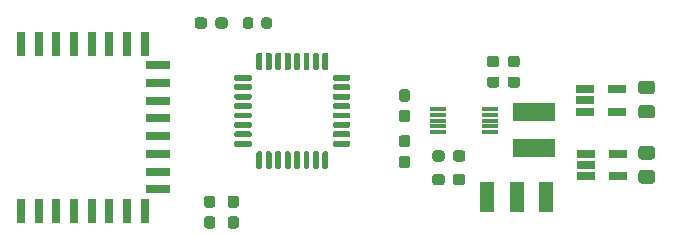
<source format=gbr>
%TF.GenerationSoftware,KiCad,Pcbnew,(5.1.6)-1*%
%TF.CreationDate,2021-08-02T23:36:40+08:00*%
%TF.ProjectId,wireless_measurement_ard,77697265-6c65-4737-935f-6d6561737572,rev?*%
%TF.SameCoordinates,Original*%
%TF.FileFunction,Paste,Top*%
%TF.FilePolarity,Positive*%
%FSLAX46Y46*%
G04 Gerber Fmt 4.6, Leading zero omitted, Abs format (unit mm)*
G04 Created by KiCad (PCBNEW (5.1.6)-1) date 2021-08-02 23:36:40*
%MOMM*%
%LPD*%
G01*
G04 APERTURE LIST*
%ADD10R,1.250000X2.500000*%
%ADD11R,1.400000X0.300000*%
%ADD12R,3.600000X1.500000*%
%ADD13R,1.560000X0.650000*%
%ADD14R,2.000000X0.800000*%
%ADD15R,0.800000X2.000000*%
G04 APERTURE END LIST*
D10*
%TO.C,SW1*%
X163750000Y-91500000D03*
X161250000Y-91500000D03*
X158750000Y-91500000D03*
%TD*%
D11*
%TO.C,U3*%
X158950000Y-84000000D03*
X158950000Y-84500000D03*
X158950000Y-85000000D03*
X158950000Y-85500000D03*
X158950000Y-86000000D03*
X154550000Y-86000000D03*
X154550000Y-85500000D03*
X154550000Y-85000000D03*
X154550000Y-84500000D03*
X154550000Y-84000000D03*
%TD*%
%TO.C,U6*%
G36*
G01*
X138700000Y-87225000D02*
X137450000Y-87225000D01*
G75*
G02*
X137325000Y-87100000I0J125000D01*
G01*
X137325000Y-86850000D01*
G75*
G02*
X137450000Y-86725000I125000J0D01*
G01*
X138700000Y-86725000D01*
G75*
G02*
X138825000Y-86850000I0J-125000D01*
G01*
X138825000Y-87100000D01*
G75*
G02*
X138700000Y-87225000I-125000J0D01*
G01*
G37*
G36*
G01*
X138700000Y-86425000D02*
X137450000Y-86425000D01*
G75*
G02*
X137325000Y-86300000I0J125000D01*
G01*
X137325000Y-86050000D01*
G75*
G02*
X137450000Y-85925000I125000J0D01*
G01*
X138700000Y-85925000D01*
G75*
G02*
X138825000Y-86050000I0J-125000D01*
G01*
X138825000Y-86300000D01*
G75*
G02*
X138700000Y-86425000I-125000J0D01*
G01*
G37*
G36*
G01*
X138700000Y-85625000D02*
X137450000Y-85625000D01*
G75*
G02*
X137325000Y-85500000I0J125000D01*
G01*
X137325000Y-85250000D01*
G75*
G02*
X137450000Y-85125000I125000J0D01*
G01*
X138700000Y-85125000D01*
G75*
G02*
X138825000Y-85250000I0J-125000D01*
G01*
X138825000Y-85500000D01*
G75*
G02*
X138700000Y-85625000I-125000J0D01*
G01*
G37*
G36*
G01*
X138700000Y-84825000D02*
X137450000Y-84825000D01*
G75*
G02*
X137325000Y-84700000I0J125000D01*
G01*
X137325000Y-84450000D01*
G75*
G02*
X137450000Y-84325000I125000J0D01*
G01*
X138700000Y-84325000D01*
G75*
G02*
X138825000Y-84450000I0J-125000D01*
G01*
X138825000Y-84700000D01*
G75*
G02*
X138700000Y-84825000I-125000J0D01*
G01*
G37*
G36*
G01*
X138700000Y-84025000D02*
X137450000Y-84025000D01*
G75*
G02*
X137325000Y-83900000I0J125000D01*
G01*
X137325000Y-83650000D01*
G75*
G02*
X137450000Y-83525000I125000J0D01*
G01*
X138700000Y-83525000D01*
G75*
G02*
X138825000Y-83650000I0J-125000D01*
G01*
X138825000Y-83900000D01*
G75*
G02*
X138700000Y-84025000I-125000J0D01*
G01*
G37*
G36*
G01*
X138700000Y-83225000D02*
X137450000Y-83225000D01*
G75*
G02*
X137325000Y-83100000I0J125000D01*
G01*
X137325000Y-82850000D01*
G75*
G02*
X137450000Y-82725000I125000J0D01*
G01*
X138700000Y-82725000D01*
G75*
G02*
X138825000Y-82850000I0J-125000D01*
G01*
X138825000Y-83100000D01*
G75*
G02*
X138700000Y-83225000I-125000J0D01*
G01*
G37*
G36*
G01*
X138700000Y-82425000D02*
X137450000Y-82425000D01*
G75*
G02*
X137325000Y-82300000I0J125000D01*
G01*
X137325000Y-82050000D01*
G75*
G02*
X137450000Y-81925000I125000J0D01*
G01*
X138700000Y-81925000D01*
G75*
G02*
X138825000Y-82050000I0J-125000D01*
G01*
X138825000Y-82300000D01*
G75*
G02*
X138700000Y-82425000I-125000J0D01*
G01*
G37*
G36*
G01*
X138700000Y-81625000D02*
X137450000Y-81625000D01*
G75*
G02*
X137325000Y-81500000I0J125000D01*
G01*
X137325000Y-81250000D01*
G75*
G02*
X137450000Y-81125000I125000J0D01*
G01*
X138700000Y-81125000D01*
G75*
G02*
X138825000Y-81250000I0J-125000D01*
G01*
X138825000Y-81500000D01*
G75*
G02*
X138700000Y-81625000I-125000J0D01*
G01*
G37*
G36*
G01*
X139575000Y-80750000D02*
X139325000Y-80750000D01*
G75*
G02*
X139200000Y-80625000I0J125000D01*
G01*
X139200000Y-79375000D01*
G75*
G02*
X139325000Y-79250000I125000J0D01*
G01*
X139575000Y-79250000D01*
G75*
G02*
X139700000Y-79375000I0J-125000D01*
G01*
X139700000Y-80625000D01*
G75*
G02*
X139575000Y-80750000I-125000J0D01*
G01*
G37*
G36*
G01*
X140375000Y-80750000D02*
X140125000Y-80750000D01*
G75*
G02*
X140000000Y-80625000I0J125000D01*
G01*
X140000000Y-79375000D01*
G75*
G02*
X140125000Y-79250000I125000J0D01*
G01*
X140375000Y-79250000D01*
G75*
G02*
X140500000Y-79375000I0J-125000D01*
G01*
X140500000Y-80625000D01*
G75*
G02*
X140375000Y-80750000I-125000J0D01*
G01*
G37*
G36*
G01*
X141175000Y-80750000D02*
X140925000Y-80750000D01*
G75*
G02*
X140800000Y-80625000I0J125000D01*
G01*
X140800000Y-79375000D01*
G75*
G02*
X140925000Y-79250000I125000J0D01*
G01*
X141175000Y-79250000D01*
G75*
G02*
X141300000Y-79375000I0J-125000D01*
G01*
X141300000Y-80625000D01*
G75*
G02*
X141175000Y-80750000I-125000J0D01*
G01*
G37*
G36*
G01*
X141975000Y-80750000D02*
X141725000Y-80750000D01*
G75*
G02*
X141600000Y-80625000I0J125000D01*
G01*
X141600000Y-79375000D01*
G75*
G02*
X141725000Y-79250000I125000J0D01*
G01*
X141975000Y-79250000D01*
G75*
G02*
X142100000Y-79375000I0J-125000D01*
G01*
X142100000Y-80625000D01*
G75*
G02*
X141975000Y-80750000I-125000J0D01*
G01*
G37*
G36*
G01*
X142775000Y-80750000D02*
X142525000Y-80750000D01*
G75*
G02*
X142400000Y-80625000I0J125000D01*
G01*
X142400000Y-79375000D01*
G75*
G02*
X142525000Y-79250000I125000J0D01*
G01*
X142775000Y-79250000D01*
G75*
G02*
X142900000Y-79375000I0J-125000D01*
G01*
X142900000Y-80625000D01*
G75*
G02*
X142775000Y-80750000I-125000J0D01*
G01*
G37*
G36*
G01*
X143575000Y-80750000D02*
X143325000Y-80750000D01*
G75*
G02*
X143200000Y-80625000I0J125000D01*
G01*
X143200000Y-79375000D01*
G75*
G02*
X143325000Y-79250000I125000J0D01*
G01*
X143575000Y-79250000D01*
G75*
G02*
X143700000Y-79375000I0J-125000D01*
G01*
X143700000Y-80625000D01*
G75*
G02*
X143575000Y-80750000I-125000J0D01*
G01*
G37*
G36*
G01*
X144375000Y-80750000D02*
X144125000Y-80750000D01*
G75*
G02*
X144000000Y-80625000I0J125000D01*
G01*
X144000000Y-79375000D01*
G75*
G02*
X144125000Y-79250000I125000J0D01*
G01*
X144375000Y-79250000D01*
G75*
G02*
X144500000Y-79375000I0J-125000D01*
G01*
X144500000Y-80625000D01*
G75*
G02*
X144375000Y-80750000I-125000J0D01*
G01*
G37*
G36*
G01*
X145175000Y-80750000D02*
X144925000Y-80750000D01*
G75*
G02*
X144800000Y-80625000I0J125000D01*
G01*
X144800000Y-79375000D01*
G75*
G02*
X144925000Y-79250000I125000J0D01*
G01*
X145175000Y-79250000D01*
G75*
G02*
X145300000Y-79375000I0J-125000D01*
G01*
X145300000Y-80625000D01*
G75*
G02*
X145175000Y-80750000I-125000J0D01*
G01*
G37*
G36*
G01*
X147050000Y-81625000D02*
X145800000Y-81625000D01*
G75*
G02*
X145675000Y-81500000I0J125000D01*
G01*
X145675000Y-81250000D01*
G75*
G02*
X145800000Y-81125000I125000J0D01*
G01*
X147050000Y-81125000D01*
G75*
G02*
X147175000Y-81250000I0J-125000D01*
G01*
X147175000Y-81500000D01*
G75*
G02*
X147050000Y-81625000I-125000J0D01*
G01*
G37*
G36*
G01*
X147050000Y-82425000D02*
X145800000Y-82425000D01*
G75*
G02*
X145675000Y-82300000I0J125000D01*
G01*
X145675000Y-82050000D01*
G75*
G02*
X145800000Y-81925000I125000J0D01*
G01*
X147050000Y-81925000D01*
G75*
G02*
X147175000Y-82050000I0J-125000D01*
G01*
X147175000Y-82300000D01*
G75*
G02*
X147050000Y-82425000I-125000J0D01*
G01*
G37*
G36*
G01*
X147050000Y-83225000D02*
X145800000Y-83225000D01*
G75*
G02*
X145675000Y-83100000I0J125000D01*
G01*
X145675000Y-82850000D01*
G75*
G02*
X145800000Y-82725000I125000J0D01*
G01*
X147050000Y-82725000D01*
G75*
G02*
X147175000Y-82850000I0J-125000D01*
G01*
X147175000Y-83100000D01*
G75*
G02*
X147050000Y-83225000I-125000J0D01*
G01*
G37*
G36*
G01*
X147050000Y-84025000D02*
X145800000Y-84025000D01*
G75*
G02*
X145675000Y-83900000I0J125000D01*
G01*
X145675000Y-83650000D01*
G75*
G02*
X145800000Y-83525000I125000J0D01*
G01*
X147050000Y-83525000D01*
G75*
G02*
X147175000Y-83650000I0J-125000D01*
G01*
X147175000Y-83900000D01*
G75*
G02*
X147050000Y-84025000I-125000J0D01*
G01*
G37*
G36*
G01*
X147050000Y-84825000D02*
X145800000Y-84825000D01*
G75*
G02*
X145675000Y-84700000I0J125000D01*
G01*
X145675000Y-84450000D01*
G75*
G02*
X145800000Y-84325000I125000J0D01*
G01*
X147050000Y-84325000D01*
G75*
G02*
X147175000Y-84450000I0J-125000D01*
G01*
X147175000Y-84700000D01*
G75*
G02*
X147050000Y-84825000I-125000J0D01*
G01*
G37*
G36*
G01*
X147050000Y-85625000D02*
X145800000Y-85625000D01*
G75*
G02*
X145675000Y-85500000I0J125000D01*
G01*
X145675000Y-85250000D01*
G75*
G02*
X145800000Y-85125000I125000J0D01*
G01*
X147050000Y-85125000D01*
G75*
G02*
X147175000Y-85250000I0J-125000D01*
G01*
X147175000Y-85500000D01*
G75*
G02*
X147050000Y-85625000I-125000J0D01*
G01*
G37*
G36*
G01*
X147050000Y-86425000D02*
X145800000Y-86425000D01*
G75*
G02*
X145675000Y-86300000I0J125000D01*
G01*
X145675000Y-86050000D01*
G75*
G02*
X145800000Y-85925000I125000J0D01*
G01*
X147050000Y-85925000D01*
G75*
G02*
X147175000Y-86050000I0J-125000D01*
G01*
X147175000Y-86300000D01*
G75*
G02*
X147050000Y-86425000I-125000J0D01*
G01*
G37*
G36*
G01*
X147050000Y-87225000D02*
X145800000Y-87225000D01*
G75*
G02*
X145675000Y-87100000I0J125000D01*
G01*
X145675000Y-86850000D01*
G75*
G02*
X145800000Y-86725000I125000J0D01*
G01*
X147050000Y-86725000D01*
G75*
G02*
X147175000Y-86850000I0J-125000D01*
G01*
X147175000Y-87100000D01*
G75*
G02*
X147050000Y-87225000I-125000J0D01*
G01*
G37*
G36*
G01*
X145175000Y-89100000D02*
X144925000Y-89100000D01*
G75*
G02*
X144800000Y-88975000I0J125000D01*
G01*
X144800000Y-87725000D01*
G75*
G02*
X144925000Y-87600000I125000J0D01*
G01*
X145175000Y-87600000D01*
G75*
G02*
X145300000Y-87725000I0J-125000D01*
G01*
X145300000Y-88975000D01*
G75*
G02*
X145175000Y-89100000I-125000J0D01*
G01*
G37*
G36*
G01*
X144375000Y-89100000D02*
X144125000Y-89100000D01*
G75*
G02*
X144000000Y-88975000I0J125000D01*
G01*
X144000000Y-87725000D01*
G75*
G02*
X144125000Y-87600000I125000J0D01*
G01*
X144375000Y-87600000D01*
G75*
G02*
X144500000Y-87725000I0J-125000D01*
G01*
X144500000Y-88975000D01*
G75*
G02*
X144375000Y-89100000I-125000J0D01*
G01*
G37*
G36*
G01*
X143575000Y-89100000D02*
X143325000Y-89100000D01*
G75*
G02*
X143200000Y-88975000I0J125000D01*
G01*
X143200000Y-87725000D01*
G75*
G02*
X143325000Y-87600000I125000J0D01*
G01*
X143575000Y-87600000D01*
G75*
G02*
X143700000Y-87725000I0J-125000D01*
G01*
X143700000Y-88975000D01*
G75*
G02*
X143575000Y-89100000I-125000J0D01*
G01*
G37*
G36*
G01*
X142775000Y-89100000D02*
X142525000Y-89100000D01*
G75*
G02*
X142400000Y-88975000I0J125000D01*
G01*
X142400000Y-87725000D01*
G75*
G02*
X142525000Y-87600000I125000J0D01*
G01*
X142775000Y-87600000D01*
G75*
G02*
X142900000Y-87725000I0J-125000D01*
G01*
X142900000Y-88975000D01*
G75*
G02*
X142775000Y-89100000I-125000J0D01*
G01*
G37*
G36*
G01*
X141975000Y-89100000D02*
X141725000Y-89100000D01*
G75*
G02*
X141600000Y-88975000I0J125000D01*
G01*
X141600000Y-87725000D01*
G75*
G02*
X141725000Y-87600000I125000J0D01*
G01*
X141975000Y-87600000D01*
G75*
G02*
X142100000Y-87725000I0J-125000D01*
G01*
X142100000Y-88975000D01*
G75*
G02*
X141975000Y-89100000I-125000J0D01*
G01*
G37*
G36*
G01*
X141175000Y-89100000D02*
X140925000Y-89100000D01*
G75*
G02*
X140800000Y-88975000I0J125000D01*
G01*
X140800000Y-87725000D01*
G75*
G02*
X140925000Y-87600000I125000J0D01*
G01*
X141175000Y-87600000D01*
G75*
G02*
X141300000Y-87725000I0J-125000D01*
G01*
X141300000Y-88975000D01*
G75*
G02*
X141175000Y-89100000I-125000J0D01*
G01*
G37*
G36*
G01*
X140375000Y-89100000D02*
X140125000Y-89100000D01*
G75*
G02*
X140000000Y-88975000I0J125000D01*
G01*
X140000000Y-87725000D01*
G75*
G02*
X140125000Y-87600000I125000J0D01*
G01*
X140375000Y-87600000D01*
G75*
G02*
X140500000Y-87725000I0J-125000D01*
G01*
X140500000Y-88975000D01*
G75*
G02*
X140375000Y-89100000I-125000J0D01*
G01*
G37*
G36*
G01*
X139575000Y-89100000D02*
X139325000Y-89100000D01*
G75*
G02*
X139200000Y-88975000I0J125000D01*
G01*
X139200000Y-87725000D01*
G75*
G02*
X139325000Y-87600000I125000J0D01*
G01*
X139575000Y-87600000D01*
G75*
G02*
X139700000Y-87725000I0J-125000D01*
G01*
X139700000Y-88975000D01*
G75*
G02*
X139575000Y-89100000I-125000J0D01*
G01*
G37*
%TD*%
%TO.C,C6*%
G36*
G01*
X137012500Y-93100000D02*
X137487500Y-93100000D01*
G75*
G02*
X137725000Y-93337500I0J-237500D01*
G01*
X137725000Y-93912500D01*
G75*
G02*
X137487500Y-94150000I-237500J0D01*
G01*
X137012500Y-94150000D01*
G75*
G02*
X136775000Y-93912500I0J237500D01*
G01*
X136775000Y-93337500D01*
G75*
G02*
X137012500Y-93100000I237500J0D01*
G01*
G37*
G36*
G01*
X137012500Y-91350000D02*
X137487500Y-91350000D01*
G75*
G02*
X137725000Y-91587500I0J-237500D01*
G01*
X137725000Y-92162500D01*
G75*
G02*
X137487500Y-92400000I-237500J0D01*
G01*
X137012500Y-92400000D01*
G75*
G02*
X136775000Y-92162500I0J237500D01*
G01*
X136775000Y-91587500D01*
G75*
G02*
X137012500Y-91350000I237500J0D01*
G01*
G37*
%TD*%
%TO.C,C5*%
G36*
G01*
X135012500Y-93100000D02*
X135487500Y-93100000D01*
G75*
G02*
X135725000Y-93337500I0J-237500D01*
G01*
X135725000Y-93912500D01*
G75*
G02*
X135487500Y-94150000I-237500J0D01*
G01*
X135012500Y-94150000D01*
G75*
G02*
X134775000Y-93912500I0J237500D01*
G01*
X134775000Y-93337500D01*
G75*
G02*
X135012500Y-93100000I237500J0D01*
G01*
G37*
G36*
G01*
X135012500Y-91350000D02*
X135487500Y-91350000D01*
G75*
G02*
X135725000Y-91587500I0J-237500D01*
G01*
X135725000Y-92162500D01*
G75*
G02*
X135487500Y-92400000I-237500J0D01*
G01*
X135012500Y-92400000D01*
G75*
G02*
X134775000Y-92162500I0J237500D01*
G01*
X134775000Y-91587500D01*
G75*
G02*
X135012500Y-91350000I237500J0D01*
G01*
G37*
%TD*%
%TO.C,R5*%
G36*
G01*
X151512500Y-84100000D02*
X151987500Y-84100000D01*
G75*
G02*
X152225000Y-84337500I0J-237500D01*
G01*
X152225000Y-84912500D01*
G75*
G02*
X151987500Y-85150000I-237500J0D01*
G01*
X151512500Y-85150000D01*
G75*
G02*
X151275000Y-84912500I0J237500D01*
G01*
X151275000Y-84337500D01*
G75*
G02*
X151512500Y-84100000I237500J0D01*
G01*
G37*
G36*
G01*
X151512500Y-82350000D02*
X151987500Y-82350000D01*
G75*
G02*
X152225000Y-82587500I0J-237500D01*
G01*
X152225000Y-83162500D01*
G75*
G02*
X151987500Y-83400000I-237500J0D01*
G01*
X151512500Y-83400000D01*
G75*
G02*
X151275000Y-83162500I0J237500D01*
G01*
X151275000Y-82587500D01*
G75*
G02*
X151512500Y-82350000I237500J0D01*
G01*
G37*
%TD*%
%TO.C,R4*%
G36*
G01*
X151512500Y-87975000D02*
X151987500Y-87975000D01*
G75*
G02*
X152225000Y-88212500I0J-237500D01*
G01*
X152225000Y-88787500D01*
G75*
G02*
X151987500Y-89025000I-237500J0D01*
G01*
X151512500Y-89025000D01*
G75*
G02*
X151275000Y-88787500I0J237500D01*
G01*
X151275000Y-88212500D01*
G75*
G02*
X151512500Y-87975000I237500J0D01*
G01*
G37*
G36*
G01*
X151512500Y-86225000D02*
X151987500Y-86225000D01*
G75*
G02*
X152225000Y-86462500I0J-237500D01*
G01*
X152225000Y-87037500D01*
G75*
G02*
X151987500Y-87275000I-237500J0D01*
G01*
X151512500Y-87275000D01*
G75*
G02*
X151275000Y-87037500I0J237500D01*
G01*
X151275000Y-86462500D01*
G75*
G02*
X151512500Y-86225000I237500J0D01*
G01*
G37*
%TD*%
D12*
%TO.C,L1*%
X162750000Y-87300000D03*
X162750000Y-84250000D03*
%TD*%
%TO.C,C3*%
G36*
G01*
X159775000Y-79762500D02*
X159775000Y-80237500D01*
G75*
G02*
X159537500Y-80475000I-237500J0D01*
G01*
X158962500Y-80475000D01*
G75*
G02*
X158725000Y-80237500I0J237500D01*
G01*
X158725000Y-79762500D01*
G75*
G02*
X158962500Y-79525000I237500J0D01*
G01*
X159537500Y-79525000D01*
G75*
G02*
X159775000Y-79762500I0J-237500D01*
G01*
G37*
G36*
G01*
X161525000Y-79762500D02*
X161525000Y-80237500D01*
G75*
G02*
X161287500Y-80475000I-237500J0D01*
G01*
X160712500Y-80475000D01*
G75*
G02*
X160475000Y-80237500I0J237500D01*
G01*
X160475000Y-79762500D01*
G75*
G02*
X160712500Y-79525000I237500J0D01*
G01*
X161287500Y-79525000D01*
G75*
G02*
X161525000Y-79762500I0J-237500D01*
G01*
G37*
%TD*%
%TO.C,C2*%
G36*
G01*
X155850000Y-90237500D02*
X155850000Y-89762500D01*
G75*
G02*
X156087500Y-89525000I237500J0D01*
G01*
X156662500Y-89525000D01*
G75*
G02*
X156900000Y-89762500I0J-237500D01*
G01*
X156900000Y-90237500D01*
G75*
G02*
X156662500Y-90475000I-237500J0D01*
G01*
X156087500Y-90475000D01*
G75*
G02*
X155850000Y-90237500I0J237500D01*
G01*
G37*
G36*
G01*
X154100000Y-90237500D02*
X154100000Y-89762500D01*
G75*
G02*
X154337500Y-89525000I237500J0D01*
G01*
X154912500Y-89525000D01*
G75*
G02*
X155150000Y-89762500I0J-237500D01*
G01*
X155150000Y-90237500D01*
G75*
G02*
X154912500Y-90475000I-237500J0D01*
G01*
X154337500Y-90475000D01*
G75*
G02*
X154100000Y-90237500I0J237500D01*
G01*
G37*
%TD*%
%TO.C,C4*%
G36*
G01*
X159775000Y-81512500D02*
X159775000Y-81987500D01*
G75*
G02*
X159537500Y-82225000I-237500J0D01*
G01*
X158962500Y-82225000D01*
G75*
G02*
X158725000Y-81987500I0J237500D01*
G01*
X158725000Y-81512500D01*
G75*
G02*
X158962500Y-81275000I237500J0D01*
G01*
X159537500Y-81275000D01*
G75*
G02*
X159775000Y-81512500I0J-237500D01*
G01*
G37*
G36*
G01*
X161525000Y-81512500D02*
X161525000Y-81987500D01*
G75*
G02*
X161287500Y-82225000I-237500J0D01*
G01*
X160712500Y-82225000D01*
G75*
G02*
X160475000Y-81987500I0J237500D01*
G01*
X160475000Y-81512500D01*
G75*
G02*
X160712500Y-81275000I237500J0D01*
G01*
X161287500Y-81275000D01*
G75*
G02*
X161525000Y-81512500I0J-237500D01*
G01*
G37*
%TD*%
%TO.C,C1*%
G36*
G01*
X155850000Y-88237500D02*
X155850000Y-87762500D01*
G75*
G02*
X156087500Y-87525000I237500J0D01*
G01*
X156662500Y-87525000D01*
G75*
G02*
X156900000Y-87762500I0J-237500D01*
G01*
X156900000Y-88237500D01*
G75*
G02*
X156662500Y-88475000I-237500J0D01*
G01*
X156087500Y-88475000D01*
G75*
G02*
X155850000Y-88237500I0J237500D01*
G01*
G37*
G36*
G01*
X154100000Y-88237500D02*
X154100000Y-87762500D01*
G75*
G02*
X154337500Y-87525000I237500J0D01*
G01*
X154912500Y-87525000D01*
G75*
G02*
X155150000Y-87762500I0J-237500D01*
G01*
X155150000Y-88237500D01*
G75*
G02*
X154912500Y-88475000I-237500J0D01*
G01*
X154337500Y-88475000D01*
G75*
G02*
X154100000Y-88237500I0J237500D01*
G01*
G37*
%TD*%
D13*
%TO.C,U5*%
X169850000Y-87800000D03*
X169850000Y-89700000D03*
X167150000Y-89700000D03*
X167150000Y-88750000D03*
X167150000Y-87800000D03*
%TD*%
%TO.C,U4*%
X169750000Y-82350000D03*
X169750000Y-84250000D03*
X167050000Y-84250000D03*
X167050000Y-83300000D03*
X167050000Y-82350000D03*
%TD*%
D14*
%TO.C,U2*%
X130862800Y-80322600D03*
X130862800Y-81822600D03*
X130862800Y-83322600D03*
X130862800Y-84822600D03*
X130862800Y-86322600D03*
X130862800Y-87822600D03*
X130862800Y-89322600D03*
D15*
X129762800Y-92642600D03*
X129762800Y-78502600D03*
X128262800Y-78502600D03*
X128262800Y-92642600D03*
X126762800Y-92642600D03*
X126762800Y-78502600D03*
X125262800Y-78502600D03*
X125262800Y-92642600D03*
X123762800Y-92642600D03*
X123762800Y-78502600D03*
X122262800Y-78502600D03*
X122262800Y-92642600D03*
X120762800Y-92642600D03*
X120762800Y-78502600D03*
X119262800Y-78502600D03*
D14*
X130862800Y-90822600D03*
D15*
X119262800Y-92642600D03*
%TD*%
%TO.C,R2*%
G36*
G01*
X171799999Y-83675000D02*
X172700001Y-83675000D01*
G75*
G02*
X172950000Y-83924999I0J-249999D01*
G01*
X172950000Y-84575001D01*
G75*
G02*
X172700001Y-84825000I-249999J0D01*
G01*
X171799999Y-84825000D01*
G75*
G02*
X171550000Y-84575001I0J249999D01*
G01*
X171550000Y-83924999D01*
G75*
G02*
X171799999Y-83675000I249999J0D01*
G01*
G37*
G36*
G01*
X171799999Y-81625000D02*
X172700001Y-81625000D01*
G75*
G02*
X172950000Y-81874999I0J-249999D01*
G01*
X172950000Y-82525001D01*
G75*
G02*
X172700001Y-82775000I-249999J0D01*
G01*
X171799999Y-82775000D01*
G75*
G02*
X171550000Y-82525001I0J249999D01*
G01*
X171550000Y-81874999D01*
G75*
G02*
X171799999Y-81625000I249999J0D01*
G01*
G37*
%TD*%
%TO.C,R1*%
G36*
G01*
X171799999Y-89200000D02*
X172700001Y-89200000D01*
G75*
G02*
X172950000Y-89449999I0J-249999D01*
G01*
X172950000Y-90100001D01*
G75*
G02*
X172700001Y-90350000I-249999J0D01*
G01*
X171799999Y-90350000D01*
G75*
G02*
X171550000Y-90100001I0J249999D01*
G01*
X171550000Y-89449999D01*
G75*
G02*
X171799999Y-89200000I249999J0D01*
G01*
G37*
G36*
G01*
X171799999Y-87150000D02*
X172700001Y-87150000D01*
G75*
G02*
X172950000Y-87399999I0J-249999D01*
G01*
X172950000Y-88050001D01*
G75*
G02*
X172700001Y-88300000I-249999J0D01*
G01*
X171799999Y-88300000D01*
G75*
G02*
X171550000Y-88050001I0J249999D01*
G01*
X171550000Y-87399999D01*
G75*
G02*
X171799999Y-87150000I249999J0D01*
G01*
G37*
%TD*%
%TO.C,D1*%
G36*
G01*
X138062500Y-77006250D02*
X138062500Y-76493750D01*
G75*
G02*
X138281250Y-76275000I218750J0D01*
G01*
X138718750Y-76275000D01*
G75*
G02*
X138937500Y-76493750I0J-218750D01*
G01*
X138937500Y-77006250D01*
G75*
G02*
X138718750Y-77225000I-218750J0D01*
G01*
X138281250Y-77225000D01*
G75*
G02*
X138062500Y-77006250I0J218750D01*
G01*
G37*
G36*
G01*
X139637500Y-77006250D02*
X139637500Y-76493750D01*
G75*
G02*
X139856250Y-76275000I218750J0D01*
G01*
X140293750Y-76275000D01*
G75*
G02*
X140512500Y-76493750I0J-218750D01*
G01*
X140512500Y-77006250D01*
G75*
G02*
X140293750Y-77225000I-218750J0D01*
G01*
X139856250Y-77225000D01*
G75*
G02*
X139637500Y-77006250I0J218750D01*
G01*
G37*
%TD*%
%TO.C,R3*%
G36*
G01*
X136775000Y-76512500D02*
X136775000Y-76987500D01*
G75*
G02*
X136537500Y-77225000I-237500J0D01*
G01*
X135962500Y-77225000D01*
G75*
G02*
X135725000Y-76987500I0J237500D01*
G01*
X135725000Y-76512500D01*
G75*
G02*
X135962500Y-76275000I237500J0D01*
G01*
X136537500Y-76275000D01*
G75*
G02*
X136775000Y-76512500I0J-237500D01*
G01*
G37*
G36*
G01*
X135025000Y-76512500D02*
X135025000Y-76987500D01*
G75*
G02*
X134787500Y-77225000I-237500J0D01*
G01*
X134212500Y-77225000D01*
G75*
G02*
X133975000Y-76987500I0J237500D01*
G01*
X133975000Y-76512500D01*
G75*
G02*
X134212500Y-76275000I237500J0D01*
G01*
X134787500Y-76275000D01*
G75*
G02*
X135025000Y-76512500I0J-237500D01*
G01*
G37*
%TD*%
M02*

</source>
